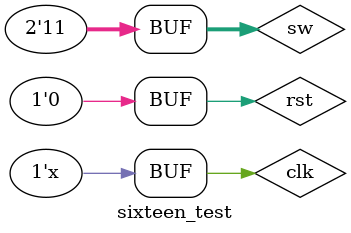
<source format=v>
`timescale 1ns / 1ps

module sixteen_test;

	// Inputs
	reg [1:0] sw;
	reg rst;
	reg clk;

	// Outputs
	wire clk_O;

	// Instantiate the Unit Under Test (UUT)
	sixteen uut (
		.sw(sw), 
		.rst(rst), 
		.clk(clk), 
		.clk_O(clk_O)
	);

	always #5 clk = ~clk;

	initial begin
	
		// Initialize Inputs
		clk = 0;
		sw = 00;
		rst = 1;

		// Wait 100 ns for global reset to finish
		
		#20;
		sw = 00;
		rst = 0;
		
		#300
		sw = 01;
		rst = 1;
 		
		#20;
		sw = 01;
		rst = 0;		
 		
		#300;
		sw = 10;
		rst = 1;

		#20;
		sw = 10;
		rst = 0;
 		
		#300;
		sw = 11;
		rst = 1;
 		
		#20;
		sw = 11;
		rst = 0;
		
		#200;
		// Add stimulus here

	end
      
endmodule


</source>
